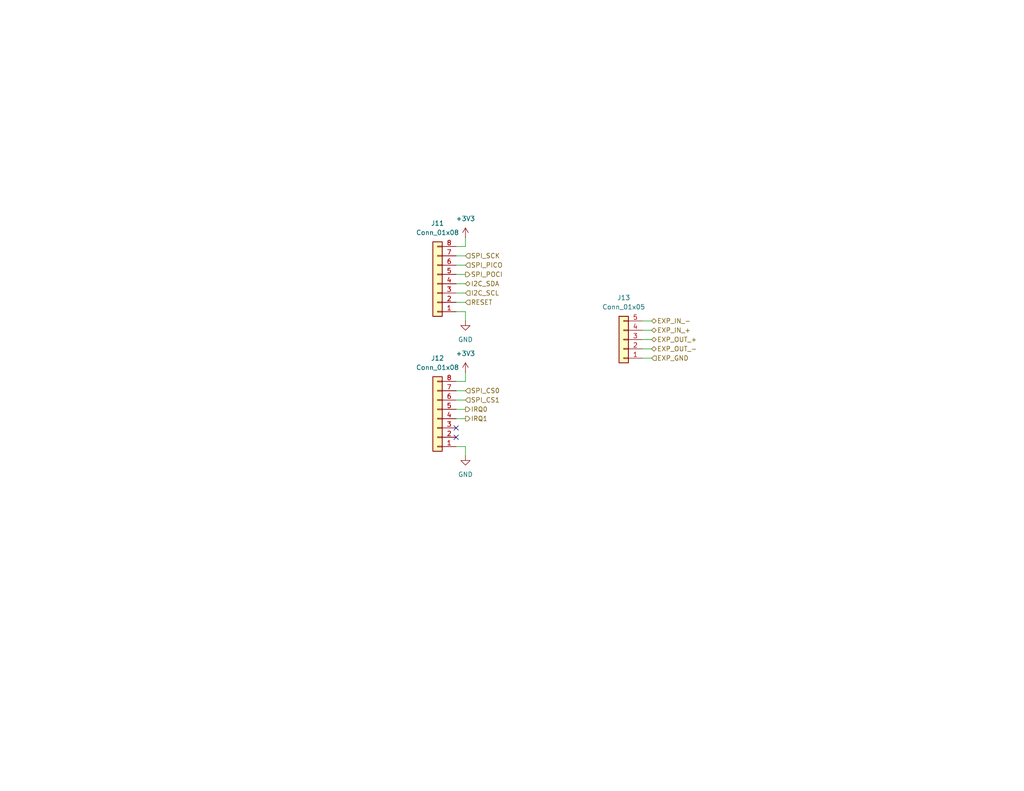
<source format=kicad_sch>
(kicad_sch (version 20231120) (generator "eeschema") (generator_version "8.0")
  (paper "USLetter")
  (title_block (title "Generic Pan Tilt PCB: DMX Port Expansion") (date "2024-07-10") (company "Responsive Environments, MIT Media Lab") (comment 1 "Perry Naseck"))
  (lib_symbols
    (symbol "Connector_Generic:Conn_01x05" (pin_names (offset 1.016) hide)
      (property "Reference" "J" (at 0 7.62 0))
      (property "Value" "Conn_01x05" (at 0 -7.62 0))
      (symbol "Conn_01x05_1_1"
        (rectangle (start -1.27 -4.953) (end 0 -5.207) (stroke (width 0.1524)))
        (rectangle (start -1.27 -2.413) (end 0 -2.667) (stroke (width 0.1524)))
        (rectangle (start -1.27 0.127) (end 0 -0.127) (stroke (width 0.1524)))
        (rectangle (start -1.27 2.667) (end 0 2.413) (stroke (width 0.1524)))
        (rectangle (start -1.27 5.207) (end 0 4.953) (stroke (width 0.1524)))
        (rectangle (start -1.27 6.35) (end 1.27 -6.35) (stroke (width 0.254)) (fill (type background)))
        (pin passive line (at -5.08 5.08 0) (length 3.81) (name "Pin_1") (number "1"))
        (pin passive line (at -5.08 2.54 0) (length 3.81) (name "Pin_2") (number "2"))
        (pin passive line (at -5.08 0 0) (length 3.81) (name "Pin_3") (number "3"))
        (pin passive line (at -5.08 -2.54 0) (length 3.81) (name "Pin_4") (number "4"))
        (pin passive line (at -5.08 -5.08 0) (length 3.81) (name "Pin_5") (number "5"))
      )
    )
    (symbol "Connector_Generic:Conn_01x08" (pin_names (offset 1.016) hide)
      (property "Reference" "J" (at 0 10.16 0))
      (property "Value" "Conn_01x08" (at 0 -12.7 0))
      (symbol "Conn_01x08_1_1"
        (rectangle (start -1.27 -10.033) (end 0 -10.287) (stroke (width 0.1524)))
        (rectangle (start -1.27 -7.493) (end 0 -7.747) (stroke (width 0.1524)))
        (rectangle (start -1.27 -4.953) (end 0 -5.207) (stroke (width 0.1524)))
        (rectangle (start -1.27 -2.413) (end 0 -2.667) (stroke (width 0.1524)))
        (rectangle (start -1.27 0.127) (end 0 -0.127) (stroke (width 0.1524)))
        (rectangle (start -1.27 2.667) (end 0 2.413) (stroke (width 0.1524)))
        (rectangle (start -1.27 5.207) (end 0 4.953) (stroke (width 0.1524)))
        (rectangle (start -1.27 7.747) (end 0 7.493) (stroke (width 0.1524)))
        (rectangle (start -1.27 8.89) (end 1.27 -11.43) (stroke (width 0.254)) (fill (type background)))
        (pin passive line (at -5.08 7.62 0) (length 3.81) (name "Pin_1") (number "1"))
        (pin passive line (at -5.08 5.08 0) (length 3.81) (name "Pin_2") (number "2"))
        (pin passive line (at -5.08 2.54 0) (length 3.81) (name "Pin_3") (number "3"))
        (pin passive line (at -5.08 0 0) (length 3.81) (name "Pin_4") (number "4"))
        (pin passive line (at -5.08 -2.54 0) (length 3.81) (name "Pin_5") (number "5"))
        (pin passive line (at -5.08 -5.08 0) (length 3.81) (name "Pin_6") (number "6"))
        (pin passive line (at -5.08 -7.62 0) (length 3.81) (name "Pin_7") (number "7"))
        (pin passive line (at -5.08 -10.16 0) (length 3.81) (name "Pin_8") (number "8"))
      )
    )
    (symbol "power:+3V3" (power) (pin_numbers hide) (pin_names (offset 0) hide)
      (property "Value" "+3V3" (at 0 3.556 0))
      (symbol "+3V3_0_1"
        (polyline (pts (xy -0.762 1.27) (xy 0 2.54)))
        (polyline (pts (xy 0 0) (xy 0 2.54)))
        (polyline (pts (xy 0 2.54) (xy 0.762 1.27)))
      )
      (symbol "+3V3_1_1"
        (pin power_in line (at 0 0 90) (length 0) (name "~") (number "1"))
      )
    )
    (symbol "power:GND" (power) (pin_numbers hide) (pin_names (offset 0) hide)
      (property "Value" "GND" (at 0 -3.81 0))
      (symbol "GND_0_1"
        (polyline (pts (xy 0 0) (xy 0 -1.27) (xy 1.27 -1.27) (xy 0 -2.54) (xy -1.27 -1.27) (xy 0 -1.27)))
      )
      (symbol "GND_1_1"
        (pin power_in line (at 0 0 270) (length 0) (name "~") (number "1"))
      )
    )
  )
  (no_connect (at 124.46 116.84))
  (no_connect (at 124.46 119.38))
  (wire (pts (xy 177.8 97.79) (xy 175.26 97.79)))
  (wire (pts (xy 177.8 87.63) (xy 175.26 87.63)))
  (wire (pts (xy 124.46 114.3) (xy 127 114.3)))
  (wire (pts (xy 127 82.55) (xy 124.46 82.55)))
  (wire (pts (xy 127 67.31) (xy 124.46 67.31)))
  (wire (pts (xy 124.46 111.76) (xy 127 111.76)))
  (wire (pts (xy 127 80.01) (xy 124.46 80.01)))
  (wire (pts (xy 124.46 106.68) (xy 127 106.68)))
  (wire (pts (xy 124.46 121.92) (xy 127 121.92)))
  (wire (pts (xy 127 85.09) (xy 124.46 85.09)))
  (wire (pts (xy 177.8 95.25) (xy 175.26 95.25)))
  (wire (pts (xy 124.46 109.22) (xy 127 109.22)))
  (wire (pts (xy 127 64.77) (xy 127 67.31)))
  (wire (pts (xy 127 72.39) (xy 124.46 72.39)))
  (wire (pts (xy 127 104.14) (xy 124.46 104.14)))
  (wire (pts (xy 177.8 92.71) (xy 175.26 92.71)))
  (wire (pts (xy 127 74.93) (xy 124.46 74.93)))
  (wire (pts (xy 127 77.47) (xy 124.46 77.47)))
  (wire (pts (xy 127 124.46) (xy 127 121.92)))
  (wire (pts (xy 127 85.09) (xy 127 87.63)))
  (wire (pts (xy 127 101.6) (xy 127 104.14)))
  (wire (pts (xy 127 69.85) (xy 124.46 69.85)))
  (wire (pts (xy 177.8 90.17) (xy 175.26 90.17)))
  (hierarchical_label "SPI_CS1" (shape input) (at 127 109.22 0))
  (hierarchical_label "IRQ0" (shape output) (at 127 111.76 0))
  (hierarchical_label "I2C_SDA" (shape bidirectional) (at 127 77.47 0))
  (hierarchical_label "SPI_CS0" (shape input) (at 127 106.68 0))
  (hierarchical_label "RESET" (shape input) (at 127 82.55 0))
  (hierarchical_label "SPI_SCK" (shape input) (at 127 69.85 0))
  (hierarchical_label "EXP_GND" (shape input) (at 177.8 97.79 0))
  (hierarchical_label "SPI_PICO" (shape input) (at 127 72.39 0))
  (hierarchical_label "EXP_OUT_+" (shape bidirectional) (at 177.8 92.71 0))
  (hierarchical_label "I2C_SCL" (shape input) (at 127 80.01 0))
  (hierarchical_label "EXP_IN_+" (shape bidirectional) (at 177.8 90.17 0))
  (hierarchical_label "EXP_OUT_-" (shape bidirectional) (at 177.8 95.25 0))
  (hierarchical_label "SPI_POCI" (shape output) (at 127 74.93 0))
  (hierarchical_label "IRQ1" (shape output) (at 127 114.3 0))
  (hierarchical_label "EXP_IN_-" (shape bidirectional) (at 177.8 87.63 0))
  (symbol (lib_id "power:+3V3") (at 127 64.77 0) (unit 1)
    (property "Reference" "#PWR059" (effects (hide yes)))
    (property "Value" "+3V3" (at 127 59.69 0))
    (property "Description" "Power symbol creates a global label with name \"+3V3\"" (effects (hide yes)))
  )
  (symbol (lib_id "Connector_Generic:Conn_01x05") (at 170.18 92.71 180) (unit 1)
    (property "Reference" "J13" (at 170.18 81.28 0))
    (property "Value" "Conn_01x05" (at 170.18 83.82 0))
    (property "Footprint" "Connector_PinSocket_2.54mm:PinSocket_1x05_P2.54mm_Vertical" (effects (hide yes)))
    (property "Description" "Generic connector, single row, 01x05, script generated (kicad-library-utils/schlib/autogen/connector/)" (effects (hide yes)))
  )
  (symbol (lib_id "power:GND") (at 127 87.63 0) (unit 1)
    (property "Reference" "#PWR060" (effects (hide yes)))
    (property "Value" "GND" (at 127 92.71 0))
    (property "Description" "Power symbol creates a global label with name \"GND\" , ground" (effects (hide yes)))
  )
  (symbol (lib_id "Connector_Generic:Conn_01x08") (at 119.38 114.3 180) (unit 1)
    (property "Reference" "J12" (at 119.38 97.79 0))
    (property "Value" "Conn_01x08" (at 119.38 100.33 0))
    (property "Footprint" "Connector_PinSocket_2.54mm:PinSocket_1x08_P2.54mm_Vertical" (effects (hide yes)))
    (property "Description" "Generic connector, single row, 01x08, script generated (kicad-library-utils/schlib/autogen/connector/)" (effects (hide yes)))
  )
  (symbol (lib_id "power:GND") (at 127 124.46 0) (unit 1)
    (property "Reference" "#PWR062" (effects (hide yes)))
    (property "Value" "GND" (at 127 129.54 0))
    (property "Description" "Power symbol creates a global label with name \"GND\" , ground" (effects (hide yes)))
  )
  (symbol (lib_id "power:+3V3") (at 127 101.6 0) (unit 1)
    (property "Reference" "#PWR061" (effects (hide yes)))
    (property "Value" "+3V3" (at 127 96.52 0))
    (property "Description" "Power symbol creates a global label with name \"+3V3\"" (effects (hide yes)))
  )
  (symbol (lib_id "Connector_Generic:Conn_01x08") (at 119.38 77.47 180) (unit 1)
    (property "Reference" "J11" (at 119.38 60.96 0))
    (property "Value" "Conn_01x08" (at 119.38 63.5 0))
    (property "Footprint" "Connector_PinSocket_2.54mm:PinSocket_1x08_P2.54mm_Vertical" (effects (hide yes)))
    (property "Description" "Generic connector, single row, 01x08, script generated (kicad-library-utils/schlib/autogen/connector/)" (effects (hide yes)))
  )
)
</source>
